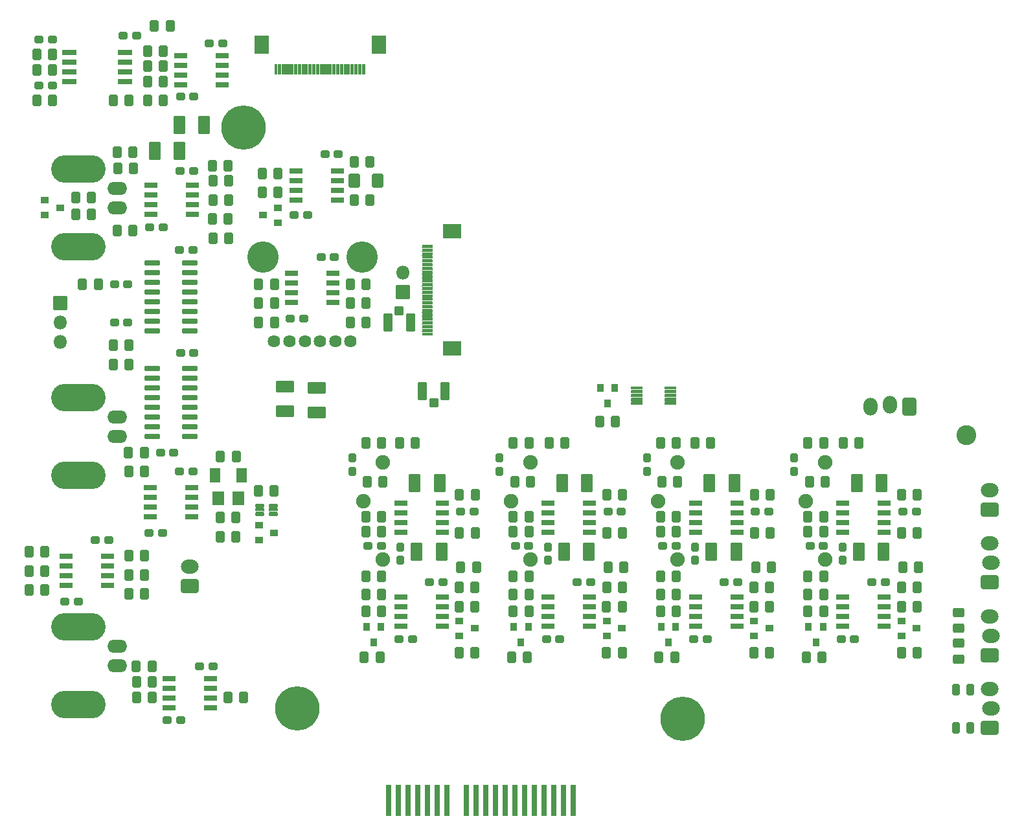
<source format=gbr>
G04 #@! TF.GenerationSoftware,KiCad,Pcbnew,(6.0.11-0)*
G04 #@! TF.CreationDate,2023-08-08T16:04:35+02:00*
G04 #@! TF.ProjectId,vm101-inout,766d3130-312d-4696-9e6f-75742e6b6963,rev?*
G04 #@! TF.SameCoordinates,Original*
G04 #@! TF.FileFunction,Soldermask,Top*
G04 #@! TF.FilePolarity,Negative*
%FSLAX46Y46*%
G04 Gerber Fmt 4.6, Leading zero omitted, Abs format (unit mm)*
G04 Created by KiCad (PCBNEW (6.0.11-0)) date 2023-08-08 16:04:35*
%MOMM*%
%LPD*%
G01*
G04 APERTURE LIST*
G04 Aperture macros list*
%AMRoundRect*
0 Rectangle with rounded corners*
0 $1 Rounding radius*
0 $2 $3 $4 $5 $6 $7 $8 $9 X,Y pos of 4 corners*
0 Add a 4 corners polygon primitive as box body*
4,1,4,$2,$3,$4,$5,$6,$7,$8,$9,$2,$3,0*
0 Add four circle primitives for the rounded corners*
1,1,$1+$1,$2,$3*
1,1,$1+$1,$4,$5*
1,1,$1+$1,$6,$7*
1,1,$1+$1,$8,$9*
0 Add four rect primitives between the rounded corners*
20,1,$1+$1,$2,$3,$4,$5,0*
20,1,$1+$1,$4,$5,$6,$7,0*
20,1,$1+$1,$6,$7,$8,$9,0*
20,1,$1+$1,$8,$9,$2,$3,0*%
G04 Aperture macros list end*
%ADD10RoundRect,0.301000X-0.325000X-0.450000X0.325000X-0.450000X0.325000X0.450000X-0.325000X0.450000X0*%
%ADD11RoundRect,0.301000X0.325000X0.450000X-0.325000X0.450000X-0.325000X-0.450000X0.325000X-0.450000X0*%
%ADD12RoundRect,0.051000X-0.775000X-0.300000X0.775000X-0.300000X0.775000X0.300000X-0.775000X0.300000X0*%
%ADD13RoundRect,0.288500X0.287500X0.237500X-0.287500X0.237500X-0.287500X-0.237500X0.287500X-0.237500X0*%
%ADD14RoundRect,0.301001X0.499999X0.924999X-0.499999X0.924999X-0.499999X-0.924999X0.499999X-0.924999X0*%
%ADD15RoundRect,0.288500X-0.287500X-0.237500X0.287500X-0.237500X0.287500X0.237500X-0.287500X0.237500X0*%
%ADD16RoundRect,0.288500X0.237500X-0.287500X0.237500X0.287500X-0.237500X0.287500X-0.237500X-0.287500X0*%
%ADD17RoundRect,0.288500X-0.237500X0.287500X-0.237500X-0.287500X0.237500X-0.287500X0.237500X0.287500X0*%
%ADD18RoundRect,0.051000X-0.400000X0.450000X-0.400000X-0.450000X0.400000X-0.450000X0.400000X0.450000X0*%
%ADD19RoundRect,0.051000X-0.450000X-0.400000X0.450000X-0.400000X0.450000X0.400000X-0.450000X0.400000X0*%
%ADD20RoundRect,0.301001X0.462499X0.624999X-0.462499X0.624999X-0.462499X-0.624999X0.462499X-0.624999X0*%
%ADD21RoundRect,0.051000X-0.280000X-2.000000X0.280000X-2.000000X0.280000X2.000000X-0.280000X2.000000X0*%
%ADD22RoundRect,0.301001X-0.924999X0.499999X-0.924999X-0.499999X0.924999X-0.499999X0.924999X0.499999X0*%
%ADD23RoundRect,0.051000X0.450000X0.400000X-0.450000X0.400000X-0.450000X-0.400000X0.450000X-0.400000X0*%
%ADD24RoundRect,0.051000X0.650000X0.850000X-0.650000X0.850000X-0.650000X-0.850000X0.650000X-0.850000X0*%
%ADD25RoundRect,0.294750X-0.243750X-0.456250X0.243750X-0.456250X0.243750X0.456250X-0.243750X0.456250X0*%
%ADD26RoundRect,0.301000X-0.450000X0.325000X-0.450000X-0.325000X0.450000X-0.325000X0.450000X0.325000X0*%
%ADD27RoundRect,0.301000X0.450000X-0.325000X0.450000X0.325000X-0.450000X0.325000X-0.450000X-0.325000X0*%
%ADD28C,5.802000*%
%ADD29RoundRect,0.051000X0.650000X-0.150000X0.650000X0.150000X-0.650000X0.150000X-0.650000X-0.150000X0*%
%ADD30RoundRect,0.051000X1.100000X-0.900000X1.100000X0.900000X-1.100000X0.900000X-1.100000X-0.900000X0*%
%ADD31C,2.602000*%
%ADD32RoundRect,0.051000X-0.850000X-0.850000X0.850000X-0.850000X0.850000X0.850000X-0.850000X0.850000X0*%
%ADD33O,1.802000X1.802000*%
%ADD34RoundRect,0.051000X-0.750000X-0.200000X0.750000X-0.200000X0.750000X0.200000X-0.750000X0.200000X0*%
%ADD35RoundRect,0.051000X-0.500000X-0.187500X0.500000X-0.187500X0.500000X0.187500X-0.500000X0.187500X0*%
%ADD36RoundRect,0.051000X-0.550000X-0.150000X0.550000X-0.150000X0.550000X0.150000X-0.550000X0.150000X0*%
%ADD37RoundRect,0.201000X-0.825000X-0.150000X0.825000X-0.150000X0.825000X0.150000X-0.825000X0.150000X0*%
%ADD38RoundRect,0.051000X0.700000X0.150000X-0.700000X0.150000X-0.700000X-0.150000X0.700000X-0.150000X0*%
%ADD39RoundRect,0.051000X-0.500000X-0.525000X0.500000X-0.525000X0.500000X0.525000X-0.500000X0.525000X0*%
%ADD40RoundRect,0.051000X-0.520700X-1.104900X0.520700X-1.104900X0.520700X1.104900X-0.520700X1.104900X0*%
%ADD41RoundRect,0.051000X0.500000X0.525000X-0.500000X0.525000X-0.500000X-0.525000X0.500000X-0.525000X0*%
%ADD42RoundRect,0.051000X0.520700X1.104900X-0.520700X1.104900X-0.520700X-1.104900X0.520700X-1.104900X0*%
%ADD43RoundRect,0.051000X0.150000X0.650000X-0.150000X0.650000X-0.150000X-0.650000X0.150000X-0.650000X0*%
%ADD44RoundRect,0.051000X0.900000X1.100000X-0.900000X1.100000X-0.900000X-1.100000X0.900000X-1.100000X0*%
%ADD45RoundRect,0.051000X-0.850000X-0.325000X0.850000X-0.325000X0.850000X0.325000X-0.850000X0.325000X0*%
%ADD46C,1.902000*%
%ADD47O,2.602000X1.702000*%
%ADD48O,7.102000X3.602000*%
%ADD49RoundRect,0.301000X0.850000X-0.620000X0.850000X0.620000X-0.850000X0.620000X-0.850000X-0.620000X0*%
%ADD50O,2.302000X1.842000*%
%ADD51RoundRect,0.301000X0.620000X0.850000X-0.620000X0.850000X-0.620000X-0.850000X0.620000X-0.850000X0*%
%ADD52O,1.842000X2.302000*%
%ADD53C,1.626000*%
%ADD54C,4.102000*%
G04 APERTURE END LIST*
D10*
X118950000Y-60800000D03*
X121000000Y-60800000D03*
X126491666Y-67500000D03*
X128541666Y-67500000D03*
D11*
X116291666Y-70400000D03*
X114241666Y-70400000D03*
D10*
X114241666Y-72400000D03*
X116291666Y-72400000D03*
X114241666Y-60750000D03*
X116291666Y-60750000D03*
D11*
X128541666Y-72500000D03*
X126491666Y-72500000D03*
D10*
X114241666Y-78200000D03*
X116291666Y-78200000D03*
X114441666Y-65800000D03*
X116491666Y-65800000D03*
X126441666Y-88200000D03*
X128491666Y-88200000D03*
X126666666Y-77000000D03*
X128716666Y-77000000D03*
X126441666Y-82200000D03*
X128491666Y-82200000D03*
X114241666Y-82800000D03*
X116291666Y-82800000D03*
D11*
X116091666Y-88800000D03*
X114041666Y-88800000D03*
D10*
X114241666Y-80600000D03*
X116291666Y-80600000D03*
D11*
X128516666Y-79600000D03*
X126466666Y-79600000D03*
D12*
X118816666Y-80895000D03*
X118816666Y-82165000D03*
X118816666Y-83435000D03*
X118816666Y-84705000D03*
X124216666Y-84705000D03*
X124216666Y-83435000D03*
X124216666Y-82165000D03*
X124216666Y-80895000D03*
D13*
X128391666Y-69750000D03*
X126641666Y-69750000D03*
D14*
X123891666Y-66000000D03*
X120641666Y-66000000D03*
D15*
X114516666Y-74200000D03*
X116266666Y-74200000D03*
D14*
X124141666Y-75000000D03*
X120891666Y-75000000D03*
D16*
X118766666Y-76125000D03*
X118766666Y-74375000D03*
D17*
X112466666Y-62725000D03*
X112466666Y-64475000D03*
D13*
X124341666Y-79000000D03*
X122591666Y-79000000D03*
D15*
X118591666Y-86400000D03*
X120341666Y-86400000D03*
D18*
X116216666Y-84800000D03*
X114316666Y-84800000D03*
X115266666Y-86800000D03*
D19*
X126466666Y-84050000D03*
X128466666Y-85000000D03*
X126466666Y-85950000D03*
D11*
X59100000Y-30900000D03*
X57050000Y-30900000D03*
D13*
X63875000Y-40000000D03*
X62125000Y-40000000D03*
D10*
X92975000Y-45000000D03*
X95025000Y-45000000D03*
D11*
X83025000Y-45000000D03*
X80975000Y-45000000D03*
D15*
X89125000Y-36500000D03*
X90875000Y-36500000D03*
X85125000Y-44500000D03*
X86875000Y-44500000D03*
D10*
X92975000Y-42500000D03*
X95025000Y-42500000D03*
X92975000Y-40000000D03*
X95025000Y-40000000D03*
X80975000Y-42500000D03*
X83025000Y-42500000D03*
X80975000Y-40000000D03*
X83025000Y-40000000D03*
D12*
X85300000Y-38595000D03*
X85300000Y-39865000D03*
X85300000Y-41135000D03*
X85300000Y-42405000D03*
X90700000Y-42405000D03*
X90700000Y-41135000D03*
X90700000Y-39865000D03*
X90700000Y-38595000D03*
D11*
X78000000Y-73000000D03*
X75950000Y-73000000D03*
D20*
X96487500Y-26500000D03*
X93512500Y-26500000D03*
D21*
X97945000Y-107500000D03*
X99215000Y-107500000D03*
X100485000Y-107500000D03*
X101755000Y-107500000D03*
X103025000Y-107500000D03*
X104295000Y-107500000D03*
X105565000Y-107500000D03*
X108105000Y-107500000D03*
X109375000Y-107500000D03*
X110645000Y-107500000D03*
X111915000Y-107500000D03*
X113185000Y-107500000D03*
X114455000Y-107500000D03*
X115725000Y-107500000D03*
X116995000Y-107500000D03*
X118265000Y-107500000D03*
X119535000Y-107500000D03*
X120805000Y-107500000D03*
X122075000Y-107500000D03*
D12*
X66900000Y-27095000D03*
X66900000Y-28365000D03*
X66900000Y-29635000D03*
X66900000Y-30905000D03*
X72300000Y-30905000D03*
X72300000Y-29635000D03*
X72300000Y-28365000D03*
X72300000Y-27095000D03*
D15*
X59625000Y-73500000D03*
X61375000Y-73500000D03*
D13*
X57375000Y-81500000D03*
X55625000Y-81500000D03*
D22*
X84400000Y-53400000D03*
X84400000Y-56650000D03*
X88600000Y-53550000D03*
X88600000Y-56800000D03*
D15*
X70725000Y-25200000D03*
X72475000Y-25200000D03*
X89625000Y-23000000D03*
X91375000Y-23000000D03*
X70625000Y-35500000D03*
X72375000Y-35500000D03*
X66725000Y-32600000D03*
X68475000Y-32600000D03*
D11*
X53025000Y-75000000D03*
X50975000Y-75000000D03*
D15*
X85625000Y-31000000D03*
X87375000Y-31000000D03*
D13*
X63875000Y-45000000D03*
X62125000Y-45000000D03*
D10*
X61950000Y-48000000D03*
X64000000Y-48000000D03*
X50975000Y-77500000D03*
X53025000Y-77500000D03*
D15*
X70625000Y-64500000D03*
X72375000Y-64500000D03*
D10*
X50975000Y-80000000D03*
X53025000Y-80000000D03*
D15*
X70750000Y-49000000D03*
X72500000Y-49000000D03*
X66625000Y-72500000D03*
X68375000Y-72500000D03*
D14*
X73850000Y-19200000D03*
X70600000Y-19200000D03*
X70650000Y-22600000D03*
X67400000Y-22600000D03*
D13*
X147658332Y-69750000D03*
X145908332Y-69750000D03*
D14*
X143158332Y-66000000D03*
X139908332Y-66000000D03*
D15*
X133783332Y-74200000D03*
X135533332Y-74200000D03*
D14*
X143408332Y-75000000D03*
X140158332Y-75000000D03*
D16*
X138033332Y-76125000D03*
X138033332Y-74375000D03*
D17*
X131733332Y-62725000D03*
X131733332Y-64475000D03*
D13*
X143608332Y-79000000D03*
X141858332Y-79000000D03*
D15*
X137858332Y-86400000D03*
X139608332Y-86400000D03*
D13*
X166925000Y-69750000D03*
X165175000Y-69750000D03*
D14*
X162425000Y-66000000D03*
X159175000Y-66000000D03*
D15*
X153050000Y-74200000D03*
X154800000Y-74200000D03*
D14*
X162675000Y-75000000D03*
X159425000Y-75000000D03*
D16*
X157300000Y-76125000D03*
X157300000Y-74375000D03*
D13*
X162875000Y-79000000D03*
X161125000Y-79000000D03*
D15*
X157125000Y-86400000D03*
X158875000Y-86400000D03*
D13*
X109125000Y-69750000D03*
X107375000Y-69750000D03*
D14*
X104625000Y-66000000D03*
X101375000Y-66000000D03*
D15*
X95250000Y-74200000D03*
X97000000Y-74200000D03*
D14*
X104875000Y-75000000D03*
X101625000Y-75000000D03*
D16*
X99500000Y-76125000D03*
X99500000Y-74375000D03*
D17*
X93200000Y-62725000D03*
X93200000Y-64475000D03*
D13*
X105075000Y-79000000D03*
X103325000Y-79000000D03*
D15*
X99325000Y-86400000D03*
X101075000Y-86400000D03*
D19*
X53000000Y-29050000D03*
X53000000Y-30950000D03*
X55000000Y-30000000D03*
D23*
X83500000Y-31950000D03*
X83500000Y-30050000D03*
X81500000Y-31000000D03*
D24*
X78750000Y-65000000D03*
X75250000Y-65000000D03*
D19*
X81000000Y-73450000D03*
X83000000Y-72500000D03*
X81000000Y-71550000D03*
D18*
X135483332Y-84800000D03*
X133583332Y-84800000D03*
X134533332Y-86800000D03*
X154750000Y-84800000D03*
X152850000Y-84800000D03*
X153800000Y-86800000D03*
X96950000Y-84800000D03*
X95050000Y-84800000D03*
X96000000Y-86800000D03*
D25*
X172125000Y-98000000D03*
X174000000Y-98000000D03*
X172125000Y-93000000D03*
X174000000Y-93000000D03*
D26*
X172500000Y-86950000D03*
X172500000Y-89000000D03*
D27*
X172500000Y-85000000D03*
X172500000Y-82950000D03*
D28*
X136400000Y-96800000D03*
X79000000Y-19500000D03*
X86000000Y-95500000D03*
D29*
X103000000Y-46500000D03*
X103000000Y-46000000D03*
X103000000Y-45500000D03*
X103000000Y-45000000D03*
X103000000Y-44500000D03*
X103000000Y-44000000D03*
X103000000Y-43500000D03*
X103000000Y-43000000D03*
X103000000Y-42500000D03*
X103000000Y-42000000D03*
X103000000Y-41500000D03*
X103000000Y-41000000D03*
X103000000Y-40500000D03*
X103000000Y-40000000D03*
X103000000Y-39500000D03*
X103000000Y-39000000D03*
X103000000Y-38500000D03*
X103000000Y-38000000D03*
X103000000Y-37500000D03*
X103000000Y-37000000D03*
X103000000Y-36500000D03*
X103000000Y-36000000D03*
X103000000Y-35500000D03*
X103000000Y-35000000D03*
D30*
X106250000Y-33100000D03*
X106250000Y-48400000D03*
D12*
X118816666Y-68595000D03*
X118816666Y-69865000D03*
X118816666Y-71135000D03*
X118816666Y-72405000D03*
X124216666Y-72405000D03*
X124216666Y-71135000D03*
X124216666Y-69865000D03*
X124216666Y-68595000D03*
D31*
X173492000Y-59746000D03*
D32*
X55000000Y-42500000D03*
D33*
X55000000Y-45040000D03*
X55000000Y-47580000D03*
D34*
X75670000Y-67350000D03*
X75670000Y-68000000D03*
X75670000Y-68650000D03*
X78330000Y-68650000D03*
X78330000Y-68000000D03*
X78330000Y-67350000D03*
D35*
X81150000Y-68962500D03*
D36*
X81075000Y-69500000D03*
D35*
X81150000Y-70037500D03*
X82850000Y-70037500D03*
D36*
X82925000Y-69500000D03*
D35*
X82850000Y-68962500D03*
D19*
X145733332Y-84050000D03*
X147733332Y-85000000D03*
X145733332Y-85950000D03*
X165000000Y-84050000D03*
X167000000Y-85000000D03*
X165000000Y-85950000D03*
X107200000Y-84050000D03*
X109200000Y-85000000D03*
X107200000Y-85950000D03*
D10*
X63975000Y-75500000D03*
X66025000Y-75500000D03*
D11*
X66025000Y-78000000D03*
X63975000Y-78000000D03*
X66025000Y-80500000D03*
X63975000Y-80500000D03*
X67025000Y-90000000D03*
X64975000Y-90000000D03*
D10*
X65000000Y-94000000D03*
X67050000Y-94000000D03*
X76950000Y-94000000D03*
X79000000Y-94000000D03*
X62450000Y-33000000D03*
X64500000Y-33000000D03*
X57075000Y-28700000D03*
X59125000Y-28700000D03*
D11*
X77000000Y-31500000D03*
X74950000Y-31500000D03*
D10*
X74950000Y-24500000D03*
X77000000Y-24500000D03*
D11*
X77025000Y-34000000D03*
X74975000Y-34000000D03*
X77025000Y-26500000D03*
X74975000Y-26500000D03*
D10*
X74975000Y-29000000D03*
X77025000Y-29000000D03*
D11*
X95525000Y-29000000D03*
X93475000Y-29000000D03*
D10*
X93450000Y-24000000D03*
X95500000Y-24000000D03*
X81450000Y-28000000D03*
X83500000Y-28000000D03*
D11*
X83525000Y-25500000D03*
X81475000Y-25500000D03*
D10*
X75975000Y-62500000D03*
X78025000Y-62500000D03*
D11*
X66050000Y-64500000D03*
X64000000Y-64500000D03*
D10*
X63950000Y-62000000D03*
X66000000Y-62000000D03*
X61950000Y-50500000D03*
X64000000Y-50500000D03*
D11*
X83000000Y-67000000D03*
X80950000Y-67000000D03*
D10*
X125575000Y-58000000D03*
X127625000Y-58000000D03*
X138000000Y-60800000D03*
X140050000Y-60800000D03*
X145758332Y-67500000D03*
X147808332Y-67500000D03*
D11*
X135558332Y-70400000D03*
X133508332Y-70400000D03*
D10*
X133508332Y-72400000D03*
X135558332Y-72400000D03*
X133508332Y-60750000D03*
X135558332Y-60750000D03*
D11*
X147808332Y-72500000D03*
X145758332Y-72500000D03*
D10*
X133508332Y-78200000D03*
X135558332Y-78200000D03*
X133708332Y-65800000D03*
X135758332Y-65800000D03*
X145708332Y-88200000D03*
X147758332Y-88200000D03*
X145933332Y-77000000D03*
X147983332Y-77000000D03*
X145708332Y-82200000D03*
X147758332Y-82200000D03*
X133508332Y-82800000D03*
X135558332Y-82800000D03*
D11*
X135358332Y-88800000D03*
X133308332Y-88800000D03*
D10*
X133508332Y-80600000D03*
X135558332Y-80600000D03*
D11*
X147783332Y-79600000D03*
X145733332Y-79600000D03*
D10*
X157400000Y-60800000D03*
X159450000Y-60800000D03*
X165025000Y-67500000D03*
X167075000Y-67500000D03*
D11*
X154825000Y-70400000D03*
X152775000Y-70400000D03*
D10*
X152775000Y-72400000D03*
X154825000Y-72400000D03*
X152775000Y-60750000D03*
X154825000Y-60750000D03*
D11*
X167075000Y-72500000D03*
X165025000Y-72500000D03*
D10*
X152775000Y-78200000D03*
X154825000Y-78200000D03*
X152975000Y-65800000D03*
X155025000Y-65800000D03*
X164975000Y-88200000D03*
X167025000Y-88200000D03*
X165200000Y-77000000D03*
X167250000Y-77000000D03*
X164975000Y-82200000D03*
X167025000Y-82200000D03*
X152775000Y-82800000D03*
X154825000Y-82800000D03*
D11*
X154625000Y-88800000D03*
X152575000Y-88800000D03*
D10*
X152775000Y-80600000D03*
X154825000Y-80600000D03*
D11*
X167050000Y-79600000D03*
X165000000Y-79600000D03*
D10*
X99400000Y-60800000D03*
X101450000Y-60800000D03*
X107225000Y-67500000D03*
X109275000Y-67500000D03*
D11*
X97025000Y-70400000D03*
X94975000Y-70400000D03*
D10*
X94975000Y-72400000D03*
X97025000Y-72400000D03*
X94975000Y-60750000D03*
X97025000Y-60750000D03*
D11*
X109275000Y-72500000D03*
X107225000Y-72500000D03*
D10*
X94975000Y-78200000D03*
X97025000Y-78200000D03*
X95175000Y-65800000D03*
X97225000Y-65800000D03*
X107175000Y-88200000D03*
X109225000Y-88200000D03*
X107400000Y-77000000D03*
X109450000Y-77000000D03*
X107175000Y-82200000D03*
X109225000Y-82200000D03*
X94975000Y-82800000D03*
X97025000Y-82800000D03*
X94975000Y-80600000D03*
X97025000Y-80600000D03*
D11*
X109250000Y-79600000D03*
X107200000Y-79600000D03*
D12*
X55800000Y-75595000D03*
X55800000Y-76865000D03*
X55800000Y-78135000D03*
X55800000Y-79405000D03*
X61200000Y-79405000D03*
X61200000Y-78135000D03*
X61200000Y-76865000D03*
X61200000Y-75595000D03*
X69300000Y-91595000D03*
X69300000Y-92865000D03*
X69300000Y-94135000D03*
X69300000Y-95405000D03*
X74700000Y-95405000D03*
X74700000Y-94135000D03*
X74700000Y-92865000D03*
X74700000Y-91595000D03*
D37*
X67050000Y-37190000D03*
X67050000Y-38460000D03*
X67050000Y-39730000D03*
X67050000Y-41000000D03*
X67050000Y-42270000D03*
X67050000Y-43540000D03*
X67050000Y-44810000D03*
X67050000Y-46080000D03*
X72000000Y-46080000D03*
X72000000Y-44810000D03*
X72000000Y-43540000D03*
X72000000Y-42270000D03*
X72000000Y-41000000D03*
X72000000Y-39730000D03*
X72000000Y-38460000D03*
X72000000Y-37190000D03*
D12*
X85860000Y-25195000D03*
X85860000Y-26465000D03*
X85860000Y-27735000D03*
X85860000Y-29005000D03*
X91260000Y-29005000D03*
X91260000Y-27735000D03*
X91260000Y-26465000D03*
X91260000Y-25195000D03*
D37*
X67025000Y-51055000D03*
X67025000Y-52325000D03*
X67025000Y-53595000D03*
X67025000Y-54865000D03*
X67025000Y-56135000D03*
X67025000Y-57405000D03*
X67025000Y-58675000D03*
X67025000Y-59945000D03*
X71975000Y-59945000D03*
X71975000Y-58675000D03*
X71975000Y-57405000D03*
X71975000Y-56135000D03*
X71975000Y-54865000D03*
X71975000Y-53595000D03*
X71975000Y-52325000D03*
X71975000Y-51055000D03*
D12*
X66800000Y-66595000D03*
X66800000Y-67865000D03*
X66800000Y-69135000D03*
X66800000Y-70405000D03*
X72200000Y-70405000D03*
X72200000Y-69135000D03*
X72200000Y-67865000D03*
X72200000Y-66595000D03*
D18*
X127550000Y-53600000D03*
X125650000Y-53600000D03*
X126600000Y-55600000D03*
D38*
X134800000Y-55600000D03*
X134800000Y-55100000D03*
X134800000Y-54600000D03*
X134800000Y-54100000D03*
X134800000Y-53600000D03*
X130400000Y-53600000D03*
X130400000Y-54100000D03*
X130400000Y-54600000D03*
X130400000Y-55100000D03*
X130400000Y-55600000D03*
D12*
X138083332Y-68595000D03*
X138083332Y-69865000D03*
X138083332Y-71135000D03*
X138083332Y-72405000D03*
X143483332Y-72405000D03*
X143483332Y-71135000D03*
X143483332Y-69865000D03*
X143483332Y-68595000D03*
X138083332Y-80895000D03*
X138083332Y-82165000D03*
X138083332Y-83435000D03*
X138083332Y-84705000D03*
X143483332Y-84705000D03*
X143483332Y-83435000D03*
X143483332Y-82165000D03*
X143483332Y-80895000D03*
X157350000Y-68595000D03*
X157350000Y-69865000D03*
X157350000Y-71135000D03*
X157350000Y-72405000D03*
X162750000Y-72405000D03*
X162750000Y-71135000D03*
X162750000Y-69865000D03*
X162750000Y-68595000D03*
X157350000Y-80895000D03*
X157350000Y-82165000D03*
X157350000Y-83435000D03*
X157350000Y-84705000D03*
X162750000Y-84705000D03*
X162750000Y-83435000D03*
X162750000Y-82165000D03*
X162750000Y-80895000D03*
X99550000Y-68595000D03*
X99550000Y-69865000D03*
X99550000Y-71135000D03*
X99550000Y-72405000D03*
X104950000Y-72405000D03*
X104950000Y-71135000D03*
X104950000Y-69865000D03*
X104950000Y-68595000D03*
X99550000Y-80895000D03*
X99550000Y-82165000D03*
X99550000Y-83435000D03*
X99550000Y-84705000D03*
X104950000Y-84705000D03*
X104950000Y-83435000D03*
X104950000Y-82165000D03*
X104950000Y-80895000D03*
D11*
X96825000Y-88800000D03*
X94775000Y-88800000D03*
D39*
X99352499Y-43474999D03*
D40*
X97854998Y-45000000D03*
X100850000Y-45000000D03*
D41*
X103852499Y-55525001D03*
D42*
X105350000Y-54000000D03*
X102354998Y-54000000D03*
D15*
X73250000Y-90000000D03*
X75000000Y-90000000D03*
D13*
X70750000Y-97000000D03*
X69000000Y-97000000D03*
D11*
X67050000Y-92000000D03*
X65000000Y-92000000D03*
D43*
X94750000Y-11900000D03*
X94250000Y-11900000D03*
X93750000Y-11900000D03*
X93250000Y-11900000D03*
X92750000Y-11900000D03*
X92250000Y-11900000D03*
X91750000Y-11900000D03*
X91250000Y-11900000D03*
X90750000Y-11900000D03*
X90250000Y-11900000D03*
X89750000Y-11900000D03*
X89250000Y-11900000D03*
X88750000Y-11900000D03*
X88250000Y-11900000D03*
X87750000Y-11900000D03*
X87250000Y-11900000D03*
X86750000Y-11900000D03*
X86250000Y-11900000D03*
X85750000Y-11900000D03*
X85250000Y-11900000D03*
X84750000Y-11900000D03*
X84250000Y-11900000D03*
X83750000Y-11900000D03*
X83250000Y-11900000D03*
D44*
X96650000Y-8650000D03*
X81350000Y-8650000D03*
D12*
X70800000Y-10095000D03*
X70800000Y-11365000D03*
X70800000Y-12635000D03*
X70800000Y-13905000D03*
X76200000Y-13905000D03*
X76200000Y-12635000D03*
X76200000Y-11365000D03*
X76200000Y-10095000D03*
D45*
X56200000Y-9690000D03*
X56200000Y-10960000D03*
X56200000Y-12230000D03*
X56200000Y-13500000D03*
X63500000Y-13500000D03*
X63500000Y-12230000D03*
X63500000Y-10960000D03*
X63500000Y-9690000D03*
D15*
X52250000Y-8000000D03*
X54000000Y-8000000D03*
X52250000Y-14000000D03*
X54000000Y-14000000D03*
D13*
X76250000Y-8500000D03*
X74500000Y-8500000D03*
D15*
X63250000Y-7500000D03*
X65000000Y-7500000D03*
D10*
X51975000Y-12000000D03*
X54025000Y-12000000D03*
X66450000Y-16000000D03*
X68500000Y-16000000D03*
D11*
X64050000Y-16000000D03*
X62000000Y-16000000D03*
D10*
X66475000Y-9500000D03*
X68525000Y-9500000D03*
X66475000Y-13500000D03*
X68525000Y-13500000D03*
X66475000Y-11500000D03*
X68525000Y-11500000D03*
X52000000Y-10000000D03*
X54050000Y-10000000D03*
X51950000Y-16000000D03*
X54000000Y-16000000D03*
X67350000Y-6200000D03*
X69400000Y-6200000D03*
D11*
X60000000Y-40000000D03*
X57950000Y-40000000D03*
D17*
X151000000Y-62725000D03*
X151000000Y-64475000D03*
D15*
X68125000Y-62000000D03*
X69875000Y-62000000D03*
D10*
X75950000Y-70500000D03*
X78000000Y-70500000D03*
D15*
X70750000Y-15500000D03*
X72500000Y-15500000D03*
D11*
X64559600Y-22788000D03*
X62509600Y-22788000D03*
X64610400Y-24870800D03*
X62560400Y-24870800D03*
D46*
X116466666Y-76000000D03*
X113926666Y-68380000D03*
X116466666Y-63300000D03*
D47*
X62500000Y-30000000D03*
D48*
X57420000Y-35080000D03*
D47*
X62500000Y-27460000D03*
D48*
X57420000Y-24920000D03*
D49*
X72000000Y-79500000D03*
D50*
X72000000Y-76960000D03*
D47*
X62500000Y-59920000D03*
X62500000Y-57380000D03*
D48*
X57420000Y-54840000D03*
X57420000Y-65000000D03*
D49*
X176500000Y-69500000D03*
D50*
X176500000Y-66960000D03*
D49*
X176500000Y-88500000D03*
D50*
X176700000Y-85960000D03*
X176500000Y-83420000D03*
D49*
X176500000Y-98000000D03*
D50*
X176700000Y-95460000D03*
X176500000Y-92920000D03*
D51*
X166000000Y-56000000D03*
D52*
X163460000Y-55800000D03*
X160920000Y-56000000D03*
D53*
X91000000Y-47500000D03*
X93000000Y-47500000D03*
X83000000Y-47500000D03*
X89000000Y-47500000D03*
X87000000Y-47500000D03*
X85000000Y-47500000D03*
D54*
X81500000Y-36500000D03*
X94500000Y-36500000D03*
D46*
X135733332Y-76000000D03*
X133193332Y-68380000D03*
X135733332Y-63300000D03*
X155000000Y-76000000D03*
X152460000Y-68380000D03*
X155000000Y-63300000D03*
X97200000Y-76000000D03*
X94660000Y-68380000D03*
X97200000Y-63300000D03*
D47*
X62500000Y-89920000D03*
X62500000Y-87380000D03*
D48*
X57420000Y-95000000D03*
X57420000Y-84840000D03*
D49*
X176500000Y-79000000D03*
D50*
X176700000Y-76460000D03*
X176500000Y-73920000D03*
D32*
X99800000Y-41000000D03*
D33*
X99800000Y-38460000D03*
G36*
X81670425Y-69673850D02*
G01*
X81670593Y-69675125D01*
X81667654Y-69689901D01*
X81667601Y-69690109D01*
X81655398Y-69729082D01*
X81676188Y-69799883D01*
X81682507Y-69809340D01*
X81682638Y-69811336D01*
X81680975Y-69812447D01*
X81679733Y-69812114D01*
X81668738Y-69804767D01*
X81649801Y-69801000D01*
X80650199Y-69801000D01*
X80631262Y-69804767D01*
X80615380Y-69815380D01*
X80604767Y-69831262D01*
X80604334Y-69833437D01*
X80603015Y-69834941D01*
X80601053Y-69834551D01*
X80600380Y-69833225D01*
X80594913Y-69772149D01*
X80552378Y-69717395D01*
X80514484Y-69700901D01*
X80513295Y-69699293D01*
X80514093Y-69697459D01*
X80515672Y-69697105D01*
X80525199Y-69699000D01*
X81624801Y-69699000D01*
X81643738Y-69695233D01*
X81659620Y-69684620D01*
X81666968Y-69673624D01*
X81668762Y-69672739D01*
X81670425Y-69673850D01*
G37*
G36*
X82333033Y-69673626D02*
G01*
X82340380Y-69684620D01*
X82356262Y-69695233D01*
X82375199Y-69699000D01*
X83474801Y-69699000D01*
X83487135Y-69696547D01*
X83489029Y-69697190D01*
X83489419Y-69699152D01*
X83488452Y-69700281D01*
X83434119Y-69728701D01*
X83399808Y-69788951D01*
X83399066Y-69830441D01*
X83398035Y-69832155D01*
X83396035Y-69832119D01*
X83395403Y-69831516D01*
X83384620Y-69815380D01*
X83368738Y-69804767D01*
X83349801Y-69801000D01*
X82350199Y-69801000D01*
X82331262Y-69804767D01*
X82320267Y-69812114D01*
X82318271Y-69812245D01*
X82317160Y-69810582D01*
X82317493Y-69809340D01*
X82323821Y-69799869D01*
X82344602Y-69733505D01*
X82332876Y-69693571D01*
X82332986Y-69693117D01*
X82329408Y-69675127D01*
X82330051Y-69673233D01*
X82332013Y-69672843D01*
X82333033Y-69673626D01*
G37*
G36*
X83398947Y-69165449D02*
G01*
X83399620Y-69166775D01*
X83405087Y-69227851D01*
X83447622Y-69282605D01*
X83485516Y-69299099D01*
X83486705Y-69300707D01*
X83485907Y-69302541D01*
X83484328Y-69302895D01*
X83474801Y-69301000D01*
X82375199Y-69301000D01*
X82356262Y-69304767D01*
X82340380Y-69315380D01*
X82333032Y-69326376D01*
X82331238Y-69327261D01*
X82329575Y-69326150D01*
X82329407Y-69324875D01*
X82332346Y-69310099D01*
X82332399Y-69309891D01*
X82344602Y-69270918D01*
X82323812Y-69200117D01*
X82317493Y-69190660D01*
X82317362Y-69188664D01*
X82319025Y-69187553D01*
X82320267Y-69187886D01*
X82331262Y-69195233D01*
X82350199Y-69199000D01*
X83349801Y-69199000D01*
X83368738Y-69195233D01*
X83384620Y-69184620D01*
X83395233Y-69168738D01*
X83395666Y-69166563D01*
X83396985Y-69165059D01*
X83398947Y-69165449D01*
G37*
G36*
X80603965Y-69167881D02*
G01*
X80604597Y-69168484D01*
X80615380Y-69184620D01*
X80631262Y-69195233D01*
X80650199Y-69199000D01*
X81649801Y-69199000D01*
X81668738Y-69195233D01*
X81679733Y-69187886D01*
X81681729Y-69187755D01*
X81682840Y-69189418D01*
X81682507Y-69190660D01*
X81676179Y-69200131D01*
X81655398Y-69266495D01*
X81667124Y-69306429D01*
X81667014Y-69306883D01*
X81670592Y-69324873D01*
X81669949Y-69326767D01*
X81667987Y-69327157D01*
X81666967Y-69326374D01*
X81659620Y-69315380D01*
X81643738Y-69304767D01*
X81624801Y-69301000D01*
X80525199Y-69301000D01*
X80512865Y-69303453D01*
X80510971Y-69302810D01*
X80510581Y-69300848D01*
X80511548Y-69299719D01*
X80565881Y-69271299D01*
X80600192Y-69211049D01*
X80600934Y-69169559D01*
X80601965Y-69167845D01*
X80603965Y-69167881D01*
G37*
G36*
X74890267Y-68237886D02*
G01*
X74901262Y-68245233D01*
X74920199Y-68249000D01*
X76419801Y-68249000D01*
X76438738Y-68245233D01*
X76449733Y-68237886D01*
X76451729Y-68237755D01*
X76452840Y-68239418D01*
X76452507Y-68240660D01*
X76443291Y-68254452D01*
X76445031Y-68255615D01*
X76445916Y-68257409D01*
X76445455Y-68258560D01*
X76430922Y-68275952D01*
X76422296Y-68344670D01*
X76445082Y-68392288D01*
X76444928Y-68394282D01*
X76444389Y-68394814D01*
X76443291Y-68395548D01*
X76452507Y-68409340D01*
X76452638Y-68411336D01*
X76450975Y-68412447D01*
X76449733Y-68412114D01*
X76438738Y-68404767D01*
X76419801Y-68401000D01*
X74920199Y-68401000D01*
X74901262Y-68404767D01*
X74890267Y-68412114D01*
X74888271Y-68412245D01*
X74887160Y-68410582D01*
X74887493Y-68409340D01*
X74896709Y-68395548D01*
X74894969Y-68394385D01*
X74894084Y-68392591D01*
X74894545Y-68391440D01*
X74909078Y-68374048D01*
X74917704Y-68305330D01*
X74894918Y-68257712D01*
X74895072Y-68255718D01*
X74895611Y-68255186D01*
X74896709Y-68254452D01*
X74887493Y-68240660D01*
X74887362Y-68238664D01*
X74889025Y-68237553D01*
X74890267Y-68237886D01*
G37*
G36*
X77550267Y-68237886D02*
G01*
X77561262Y-68245233D01*
X77580199Y-68249000D01*
X79079801Y-68249000D01*
X79098738Y-68245233D01*
X79109733Y-68237886D01*
X79111729Y-68237755D01*
X79112840Y-68239418D01*
X79112507Y-68240660D01*
X79103291Y-68254452D01*
X79105031Y-68255615D01*
X79105916Y-68257409D01*
X79105455Y-68258560D01*
X79090922Y-68275952D01*
X79082296Y-68344670D01*
X79105082Y-68392288D01*
X79104928Y-68394282D01*
X79104389Y-68394814D01*
X79103291Y-68395548D01*
X79112507Y-68409340D01*
X79112638Y-68411336D01*
X79110975Y-68412447D01*
X79109733Y-68412114D01*
X79098738Y-68404767D01*
X79079801Y-68401000D01*
X77580199Y-68401000D01*
X77561262Y-68404767D01*
X77550267Y-68412114D01*
X77548271Y-68412245D01*
X77547160Y-68410582D01*
X77547493Y-68409340D01*
X77556709Y-68395548D01*
X77554969Y-68394385D01*
X77554084Y-68392591D01*
X77554545Y-68391440D01*
X77569078Y-68374048D01*
X77577704Y-68305330D01*
X77554918Y-68257712D01*
X77555072Y-68255718D01*
X77555611Y-68255186D01*
X77556709Y-68254452D01*
X77547493Y-68240660D01*
X77547362Y-68238664D01*
X77549025Y-68237553D01*
X77550267Y-68237886D01*
G37*
G36*
X74890267Y-67587886D02*
G01*
X74901262Y-67595233D01*
X74920199Y-67599000D01*
X76419801Y-67599000D01*
X76438738Y-67595233D01*
X76449733Y-67587886D01*
X76451729Y-67587755D01*
X76452840Y-67589418D01*
X76452507Y-67590660D01*
X76443291Y-67604452D01*
X76445031Y-67605615D01*
X76445916Y-67607409D01*
X76445455Y-67608560D01*
X76430922Y-67625952D01*
X76422296Y-67694670D01*
X76445082Y-67742288D01*
X76444928Y-67744282D01*
X76444389Y-67744814D01*
X76443291Y-67745548D01*
X76452507Y-67759340D01*
X76452638Y-67761336D01*
X76450975Y-67762447D01*
X76449733Y-67762114D01*
X76438738Y-67754767D01*
X76419801Y-67751000D01*
X74920199Y-67751000D01*
X74901262Y-67754767D01*
X74890267Y-67762114D01*
X74888271Y-67762245D01*
X74887160Y-67760582D01*
X74887493Y-67759340D01*
X74896709Y-67745548D01*
X74894969Y-67744385D01*
X74894084Y-67742591D01*
X74894545Y-67741440D01*
X74909078Y-67724048D01*
X74917704Y-67655330D01*
X74894918Y-67607712D01*
X74895072Y-67605718D01*
X74895611Y-67605186D01*
X74896709Y-67604452D01*
X74887493Y-67590660D01*
X74887362Y-67588664D01*
X74889025Y-67587553D01*
X74890267Y-67587886D01*
G37*
G36*
X77550267Y-67587886D02*
G01*
X77561262Y-67595233D01*
X77580199Y-67599000D01*
X79079801Y-67599000D01*
X79098738Y-67595233D01*
X79109733Y-67587886D01*
X79111729Y-67587755D01*
X79112840Y-67589418D01*
X79112507Y-67590660D01*
X79103291Y-67604452D01*
X79105031Y-67605615D01*
X79105916Y-67607409D01*
X79105455Y-67608560D01*
X79090922Y-67625952D01*
X79082296Y-67694670D01*
X79105082Y-67742288D01*
X79104928Y-67744282D01*
X79104389Y-67744814D01*
X79103291Y-67745548D01*
X79112507Y-67759340D01*
X79112638Y-67761336D01*
X79110975Y-67762447D01*
X79109733Y-67762114D01*
X79098738Y-67754767D01*
X79079801Y-67751000D01*
X77580199Y-67751000D01*
X77561262Y-67754767D01*
X77550267Y-67762114D01*
X77548271Y-67762245D01*
X77547160Y-67760582D01*
X77547493Y-67759340D01*
X77556709Y-67745548D01*
X77554969Y-67744385D01*
X77554084Y-67742591D01*
X77554545Y-67741440D01*
X77569078Y-67724048D01*
X77577704Y-67655330D01*
X77554918Y-67607712D01*
X77555072Y-67605718D01*
X77555611Y-67605186D01*
X77556709Y-67604452D01*
X77547493Y-67590660D01*
X77547362Y-67588664D01*
X77549025Y-67587553D01*
X77550267Y-67587886D01*
G37*
G36*
X129666075Y-55285084D02*
G01*
X129681263Y-55295233D01*
X129700199Y-55299000D01*
X131099801Y-55299000D01*
X131118738Y-55295233D01*
X131133773Y-55285186D01*
X131135768Y-55285055D01*
X131136880Y-55286718D01*
X131136793Y-55287447D01*
X131117898Y-55347788D01*
X131136955Y-55412690D01*
X131136483Y-55414633D01*
X131134564Y-55415197D01*
X131133925Y-55414916D01*
X131118737Y-55404767D01*
X131099801Y-55401000D01*
X129700199Y-55401000D01*
X129681262Y-55404767D01*
X129666227Y-55414814D01*
X129664232Y-55414945D01*
X129663120Y-55413282D01*
X129663207Y-55412553D01*
X129682102Y-55352212D01*
X129663045Y-55287310D01*
X129663517Y-55285367D01*
X129665436Y-55284803D01*
X129666075Y-55285084D01*
G37*
G36*
X134066075Y-55285084D02*
G01*
X134081263Y-55295233D01*
X134100199Y-55299000D01*
X135499801Y-55299000D01*
X135518738Y-55295233D01*
X135533773Y-55285186D01*
X135535768Y-55285055D01*
X135536880Y-55286718D01*
X135536793Y-55287447D01*
X135517898Y-55347788D01*
X135536955Y-55412690D01*
X135536483Y-55414633D01*
X135534564Y-55415197D01*
X135533925Y-55414916D01*
X135518737Y-55404767D01*
X135499801Y-55401000D01*
X134100199Y-55401000D01*
X134081262Y-55404767D01*
X134066227Y-55414814D01*
X134064232Y-55414945D01*
X134063120Y-55413282D01*
X134063207Y-55412553D01*
X134082102Y-55352212D01*
X134063045Y-55287310D01*
X134063517Y-55285367D01*
X134065436Y-55284803D01*
X134066075Y-55285084D01*
G37*
G36*
X129666075Y-54785084D02*
G01*
X129681263Y-54795233D01*
X129700199Y-54799000D01*
X131099801Y-54799000D01*
X131118738Y-54795233D01*
X131133773Y-54785186D01*
X131135768Y-54785055D01*
X131136880Y-54786718D01*
X131136793Y-54787447D01*
X131117898Y-54847788D01*
X131136955Y-54912690D01*
X131136483Y-54914633D01*
X131134564Y-54915197D01*
X131133925Y-54914916D01*
X131118737Y-54904767D01*
X131099801Y-54901000D01*
X129700199Y-54901000D01*
X129681262Y-54904767D01*
X129666227Y-54914814D01*
X129664232Y-54914945D01*
X129663120Y-54913282D01*
X129663207Y-54912553D01*
X129682102Y-54852212D01*
X129663045Y-54787310D01*
X129663517Y-54785367D01*
X129665436Y-54784803D01*
X129666075Y-54785084D01*
G37*
G36*
X134066075Y-54785084D02*
G01*
X134081263Y-54795233D01*
X134100199Y-54799000D01*
X135499801Y-54799000D01*
X135518738Y-54795233D01*
X135533773Y-54785186D01*
X135535768Y-54785055D01*
X135536880Y-54786718D01*
X135536793Y-54787447D01*
X135517898Y-54847788D01*
X135536955Y-54912690D01*
X135536483Y-54914633D01*
X135534564Y-54915197D01*
X135533925Y-54914916D01*
X135518737Y-54904767D01*
X135499801Y-54901000D01*
X134100199Y-54901000D01*
X134081262Y-54904767D01*
X134066227Y-54914814D01*
X134064232Y-54914945D01*
X134063120Y-54913282D01*
X134063207Y-54912553D01*
X134082102Y-54852212D01*
X134063045Y-54787310D01*
X134063517Y-54785367D01*
X134065436Y-54784803D01*
X134066075Y-54785084D01*
G37*
G36*
X129666075Y-54285084D02*
G01*
X129681263Y-54295233D01*
X129700199Y-54299000D01*
X131099801Y-54299000D01*
X131118738Y-54295233D01*
X131133773Y-54285186D01*
X131135768Y-54285055D01*
X131136880Y-54286718D01*
X131136793Y-54287447D01*
X131117898Y-54347788D01*
X131136955Y-54412690D01*
X131136483Y-54414633D01*
X131134564Y-54415197D01*
X131133925Y-54414916D01*
X131118737Y-54404767D01*
X131099801Y-54401000D01*
X129700199Y-54401000D01*
X129681262Y-54404767D01*
X129666227Y-54414814D01*
X129664232Y-54414945D01*
X129663120Y-54413282D01*
X129663207Y-54412553D01*
X129682102Y-54352212D01*
X129663045Y-54287310D01*
X129663517Y-54285367D01*
X129665436Y-54284803D01*
X129666075Y-54285084D01*
G37*
G36*
X134066075Y-54285084D02*
G01*
X134081263Y-54295233D01*
X134100199Y-54299000D01*
X135499801Y-54299000D01*
X135518738Y-54295233D01*
X135533773Y-54285186D01*
X135535768Y-54285055D01*
X135536880Y-54286718D01*
X135536793Y-54287447D01*
X135517898Y-54347788D01*
X135536955Y-54412690D01*
X135536483Y-54414633D01*
X135534564Y-54415197D01*
X135533925Y-54414916D01*
X135518737Y-54404767D01*
X135499801Y-54401000D01*
X134100199Y-54401000D01*
X134081262Y-54404767D01*
X134066227Y-54414814D01*
X134064232Y-54414945D01*
X134063120Y-54413282D01*
X134063207Y-54412553D01*
X134082102Y-54352212D01*
X134063045Y-54287310D01*
X134063517Y-54285367D01*
X134065436Y-54284803D01*
X134066075Y-54285084D01*
G37*
G36*
X129666075Y-53785084D02*
G01*
X129681263Y-53795233D01*
X129700199Y-53799000D01*
X131099801Y-53799000D01*
X131118738Y-53795233D01*
X131133773Y-53785186D01*
X131135768Y-53785055D01*
X131136880Y-53786718D01*
X131136793Y-53787447D01*
X131117898Y-53847788D01*
X131136955Y-53912690D01*
X131136483Y-53914633D01*
X131134564Y-53915197D01*
X131133925Y-53914916D01*
X131118737Y-53904767D01*
X131099801Y-53901000D01*
X129700199Y-53901000D01*
X129681262Y-53904767D01*
X129666227Y-53914814D01*
X129664232Y-53914945D01*
X129663120Y-53913282D01*
X129663207Y-53912553D01*
X129682102Y-53852212D01*
X129663045Y-53787310D01*
X129663517Y-53785367D01*
X129665436Y-53784803D01*
X129666075Y-53785084D01*
G37*
G36*
X134066075Y-53785084D02*
G01*
X134081263Y-53795233D01*
X134100199Y-53799000D01*
X135499801Y-53799000D01*
X135518738Y-53795233D01*
X135533773Y-53785186D01*
X135535768Y-53785055D01*
X135536880Y-53786718D01*
X135536793Y-53787447D01*
X135517898Y-53847788D01*
X135536955Y-53912690D01*
X135536483Y-53914633D01*
X135534564Y-53915197D01*
X135533925Y-53914916D01*
X135518737Y-53904767D01*
X135499801Y-53901000D01*
X134100199Y-53901000D01*
X134081262Y-53904767D01*
X134066227Y-53914814D01*
X134064232Y-53914945D01*
X134063120Y-53913282D01*
X134063207Y-53912553D01*
X134082102Y-53852212D01*
X134063045Y-53787310D01*
X134063517Y-53785367D01*
X134065436Y-53784803D01*
X134066075Y-53785084D01*
G37*
G36*
X102316075Y-46185084D02*
G01*
X102331263Y-46195233D01*
X102350199Y-46199000D01*
X103649801Y-46199000D01*
X103668738Y-46195233D01*
X103683773Y-46185186D01*
X103685768Y-46185055D01*
X103686880Y-46186718D01*
X103686793Y-46187447D01*
X103667898Y-46247788D01*
X103686955Y-46312690D01*
X103686483Y-46314633D01*
X103684564Y-46315197D01*
X103683925Y-46314916D01*
X103668737Y-46304767D01*
X103649801Y-46301000D01*
X102350199Y-46301000D01*
X102331262Y-46304767D01*
X102316227Y-46314814D01*
X102314232Y-46314945D01*
X102313120Y-46313282D01*
X102313207Y-46312553D01*
X102332102Y-46252212D01*
X102313045Y-46187310D01*
X102313517Y-46185367D01*
X102315436Y-46184803D01*
X102316075Y-46185084D01*
G37*
G36*
X102316075Y-45685084D02*
G01*
X102331263Y-45695233D01*
X102350199Y-45699000D01*
X103649801Y-45699000D01*
X103668738Y-45695233D01*
X103683773Y-45685186D01*
X103685768Y-45685055D01*
X103686880Y-45686718D01*
X103686793Y-45687447D01*
X103667898Y-45747788D01*
X103686955Y-45812690D01*
X103686483Y-45814633D01*
X103684564Y-45815197D01*
X103683925Y-45814916D01*
X103668737Y-45804767D01*
X103649801Y-45801000D01*
X102350199Y-45801000D01*
X102331262Y-45804767D01*
X102316227Y-45814814D01*
X102314232Y-45814945D01*
X102313120Y-45813282D01*
X102313207Y-45812553D01*
X102332102Y-45752212D01*
X102313045Y-45687310D01*
X102313517Y-45685367D01*
X102315436Y-45684803D01*
X102316075Y-45685084D01*
G37*
G36*
X102316075Y-45185084D02*
G01*
X102331263Y-45195233D01*
X102350199Y-45199000D01*
X103649801Y-45199000D01*
X103668738Y-45195233D01*
X103683773Y-45185186D01*
X103685768Y-45185055D01*
X103686880Y-45186718D01*
X103686793Y-45187447D01*
X103667898Y-45247788D01*
X103686955Y-45312690D01*
X103686483Y-45314633D01*
X103684564Y-45315197D01*
X103683925Y-45314916D01*
X103668737Y-45304767D01*
X103649801Y-45301000D01*
X102350199Y-45301000D01*
X102331262Y-45304767D01*
X102316227Y-45314814D01*
X102314232Y-45314945D01*
X102313120Y-45313282D01*
X102313207Y-45312553D01*
X102332102Y-45252212D01*
X102313045Y-45187310D01*
X102313517Y-45185367D01*
X102315436Y-45184803D01*
X102316075Y-45185084D01*
G37*
G36*
X102316075Y-44685084D02*
G01*
X102331263Y-44695233D01*
X102350199Y-44699000D01*
X103649801Y-44699000D01*
X103668738Y-44695233D01*
X103683773Y-44685186D01*
X103685768Y-44685055D01*
X103686880Y-44686718D01*
X103686793Y-44687447D01*
X103667898Y-44747788D01*
X103686955Y-44812690D01*
X103686483Y-44814633D01*
X103684564Y-44815197D01*
X103683925Y-44814916D01*
X103668737Y-44804767D01*
X103649801Y-44801000D01*
X102350199Y-44801000D01*
X102331262Y-44804767D01*
X102316227Y-44814814D01*
X102314232Y-44814945D01*
X102313120Y-44813282D01*
X102313207Y-44812553D01*
X102332102Y-44752212D01*
X102313045Y-44687310D01*
X102313517Y-44685367D01*
X102315436Y-44684803D01*
X102316075Y-44685084D01*
G37*
G36*
X102316075Y-44185084D02*
G01*
X102331263Y-44195233D01*
X102350199Y-44199000D01*
X103649801Y-44199000D01*
X103668738Y-44195233D01*
X103683773Y-44185186D01*
X103685768Y-44185055D01*
X103686880Y-44186718D01*
X103686793Y-44187447D01*
X103667898Y-44247788D01*
X103686955Y-44312690D01*
X103686483Y-44314633D01*
X103684564Y-44315197D01*
X103683925Y-44314916D01*
X103668737Y-44304767D01*
X103649801Y-44301000D01*
X102350199Y-44301000D01*
X102331262Y-44304767D01*
X102316227Y-44314814D01*
X102314232Y-44314945D01*
X102313120Y-44313282D01*
X102313207Y-44312553D01*
X102332102Y-44252212D01*
X102313045Y-44187310D01*
X102313517Y-44185367D01*
X102315436Y-44184803D01*
X102316075Y-44185084D01*
G37*
G36*
X102316075Y-43685084D02*
G01*
X102331263Y-43695233D01*
X102350199Y-43699000D01*
X103649801Y-43699000D01*
X103668738Y-43695233D01*
X103683773Y-43685186D01*
X103685768Y-43685055D01*
X103686880Y-43686718D01*
X103686793Y-43687447D01*
X103667898Y-43747788D01*
X103686955Y-43812690D01*
X103686483Y-43814633D01*
X103684564Y-43815197D01*
X103683925Y-43814916D01*
X103668737Y-43804767D01*
X103649801Y-43801000D01*
X102350199Y-43801000D01*
X102331262Y-43804767D01*
X102316227Y-43814814D01*
X102314232Y-43814945D01*
X102313120Y-43813282D01*
X102313207Y-43812553D01*
X102332102Y-43752212D01*
X102313045Y-43687310D01*
X102313517Y-43685367D01*
X102315436Y-43684803D01*
X102316075Y-43685084D01*
G37*
G36*
X102316075Y-43185084D02*
G01*
X102331263Y-43195233D01*
X102350199Y-43199000D01*
X103649801Y-43199000D01*
X103668738Y-43195233D01*
X103683773Y-43185186D01*
X103685768Y-43185055D01*
X103686880Y-43186718D01*
X103686793Y-43187447D01*
X103667898Y-43247788D01*
X103686955Y-43312690D01*
X103686483Y-43314633D01*
X103684564Y-43315197D01*
X103683925Y-43314916D01*
X103668737Y-43304767D01*
X103649801Y-43301000D01*
X102350199Y-43301000D01*
X102331262Y-43304767D01*
X102316227Y-43314814D01*
X102314232Y-43314945D01*
X102313120Y-43313282D01*
X102313207Y-43312553D01*
X102332102Y-43252212D01*
X102313045Y-43187310D01*
X102313517Y-43185367D01*
X102315436Y-43184803D01*
X102316075Y-43185084D01*
G37*
G36*
X102316075Y-42685084D02*
G01*
X102331263Y-42695233D01*
X102350199Y-42699000D01*
X103649801Y-42699000D01*
X103668738Y-42695233D01*
X103683773Y-42685186D01*
X103685768Y-42685055D01*
X103686880Y-42686718D01*
X103686793Y-42687447D01*
X103667898Y-42747788D01*
X103686955Y-42812690D01*
X103686483Y-42814633D01*
X103684564Y-42815197D01*
X103683925Y-42814916D01*
X103668737Y-42804767D01*
X103649801Y-42801000D01*
X102350199Y-42801000D01*
X102331262Y-42804767D01*
X102316227Y-42814814D01*
X102314232Y-42814945D01*
X102313120Y-42813282D01*
X102313207Y-42812553D01*
X102332102Y-42752212D01*
X102313045Y-42687310D01*
X102313517Y-42685367D01*
X102315436Y-42684803D01*
X102316075Y-42685084D01*
G37*
G36*
X102316075Y-42185084D02*
G01*
X102331263Y-42195233D01*
X102350199Y-42199000D01*
X103649801Y-42199000D01*
X103668738Y-42195233D01*
X103683773Y-42185186D01*
X103685768Y-42185055D01*
X103686880Y-42186718D01*
X103686793Y-42187447D01*
X103667898Y-42247788D01*
X103686955Y-42312690D01*
X103686483Y-42314633D01*
X103684564Y-42315197D01*
X103683925Y-42314916D01*
X103668737Y-42304767D01*
X103649801Y-42301000D01*
X102350199Y-42301000D01*
X102331262Y-42304767D01*
X102316227Y-42314814D01*
X102314232Y-42314945D01*
X102313120Y-42313282D01*
X102313207Y-42312553D01*
X102332102Y-42252212D01*
X102313045Y-42187310D01*
X102313517Y-42185367D01*
X102315436Y-42184803D01*
X102316075Y-42185084D01*
G37*
G36*
X102316075Y-41685084D02*
G01*
X102331263Y-41695233D01*
X102350199Y-41699000D01*
X103649801Y-41699000D01*
X103668738Y-41695233D01*
X103683773Y-41685186D01*
X103685768Y-41685055D01*
X103686880Y-41686718D01*
X103686793Y-41687447D01*
X103667898Y-41747788D01*
X103686955Y-41812690D01*
X103686483Y-41814633D01*
X103684564Y-41815197D01*
X103683925Y-41814916D01*
X103668737Y-41804767D01*
X103649801Y-41801000D01*
X102350199Y-41801000D01*
X102331262Y-41804767D01*
X102316227Y-41814814D01*
X102314232Y-41814945D01*
X102313120Y-41813282D01*
X102313207Y-41812553D01*
X102332102Y-41752212D01*
X102313045Y-41687310D01*
X102313517Y-41685367D01*
X102315436Y-41684803D01*
X102316075Y-41685084D01*
G37*
G36*
X102316075Y-41185084D02*
G01*
X102331263Y-41195233D01*
X102350199Y-41199000D01*
X103649801Y-41199000D01*
X103668738Y-41195233D01*
X103683773Y-41185186D01*
X103685768Y-41185055D01*
X103686880Y-41186718D01*
X103686793Y-41187447D01*
X103667898Y-41247788D01*
X103686955Y-41312690D01*
X103686483Y-41314633D01*
X103684564Y-41315197D01*
X103683925Y-41314916D01*
X103668737Y-41304767D01*
X103649801Y-41301000D01*
X102350199Y-41301000D01*
X102331262Y-41304767D01*
X102316227Y-41314814D01*
X102314232Y-41314945D01*
X102313120Y-41313282D01*
X102313207Y-41312553D01*
X102332102Y-41252212D01*
X102313045Y-41187310D01*
X102313517Y-41185367D01*
X102315436Y-41184803D01*
X102316075Y-41185084D01*
G37*
G36*
X102316075Y-40685084D02*
G01*
X102331263Y-40695233D01*
X102350199Y-40699000D01*
X103649801Y-40699000D01*
X103668738Y-40695233D01*
X103683773Y-40685186D01*
X103685768Y-40685055D01*
X103686880Y-40686718D01*
X103686793Y-40687447D01*
X103667898Y-40747788D01*
X103686955Y-40812690D01*
X103686483Y-40814633D01*
X103684564Y-40815197D01*
X103683925Y-40814916D01*
X103668737Y-40804767D01*
X103649801Y-40801000D01*
X102350199Y-40801000D01*
X102331262Y-40804767D01*
X102316227Y-40814814D01*
X102314232Y-40814945D01*
X102313120Y-40813282D01*
X102313207Y-40812553D01*
X102332102Y-40752212D01*
X102313045Y-40687310D01*
X102313517Y-40685367D01*
X102315436Y-40684803D01*
X102316075Y-40685084D01*
G37*
G36*
X102316075Y-40185084D02*
G01*
X102331263Y-40195233D01*
X102350199Y-40199000D01*
X103649801Y-40199000D01*
X103668738Y-40195233D01*
X103683773Y-40185186D01*
X103685768Y-40185055D01*
X103686880Y-40186718D01*
X103686793Y-40187447D01*
X103667898Y-40247788D01*
X103686955Y-40312690D01*
X103686483Y-40314633D01*
X103684564Y-40315197D01*
X103683925Y-40314916D01*
X103668737Y-40304767D01*
X103649801Y-40301000D01*
X102350199Y-40301000D01*
X102331262Y-40304767D01*
X102316227Y-40314814D01*
X102314232Y-40314945D01*
X102313120Y-40313282D01*
X102313207Y-40312553D01*
X102332102Y-40252212D01*
X102313045Y-40187310D01*
X102313517Y-40185367D01*
X102315436Y-40184803D01*
X102316075Y-40185084D01*
G37*
G36*
X102316075Y-39685084D02*
G01*
X102331263Y-39695233D01*
X102350199Y-39699000D01*
X103649801Y-39699000D01*
X103668738Y-39695233D01*
X103683773Y-39685186D01*
X103685768Y-39685055D01*
X103686880Y-39686718D01*
X103686793Y-39687447D01*
X103667898Y-39747788D01*
X103686955Y-39812690D01*
X103686483Y-39814633D01*
X103684564Y-39815197D01*
X103683925Y-39814916D01*
X103668737Y-39804767D01*
X103649801Y-39801000D01*
X102350199Y-39801000D01*
X102331262Y-39804767D01*
X102316227Y-39814814D01*
X102314232Y-39814945D01*
X102313120Y-39813282D01*
X102313207Y-39812553D01*
X102332102Y-39752212D01*
X102313045Y-39687310D01*
X102313517Y-39685367D01*
X102315436Y-39684803D01*
X102316075Y-39685084D01*
G37*
G36*
X102316075Y-39185084D02*
G01*
X102331263Y-39195233D01*
X102350199Y-39199000D01*
X103649801Y-39199000D01*
X103668738Y-39195233D01*
X103683773Y-39185186D01*
X103685768Y-39185055D01*
X103686880Y-39186718D01*
X103686793Y-39187447D01*
X103667898Y-39247788D01*
X103686955Y-39312690D01*
X103686483Y-39314633D01*
X103684564Y-39315197D01*
X103683925Y-39314916D01*
X103668737Y-39304767D01*
X103649801Y-39301000D01*
X102350199Y-39301000D01*
X102331262Y-39304767D01*
X102316227Y-39314814D01*
X102314232Y-39314945D01*
X102313120Y-39313282D01*
X102313207Y-39312553D01*
X102332102Y-39252212D01*
X102313045Y-39187310D01*
X102313517Y-39185367D01*
X102315436Y-39184803D01*
X102316075Y-39185084D01*
G37*
G36*
X102316075Y-38685084D02*
G01*
X102331263Y-38695233D01*
X102350199Y-38699000D01*
X103649801Y-38699000D01*
X103668738Y-38695233D01*
X103683773Y-38685186D01*
X103685768Y-38685055D01*
X103686880Y-38686718D01*
X103686793Y-38687447D01*
X103667898Y-38747788D01*
X103686955Y-38812690D01*
X103686483Y-38814633D01*
X103684564Y-38815197D01*
X103683925Y-38814916D01*
X103668737Y-38804767D01*
X103649801Y-38801000D01*
X102350199Y-38801000D01*
X102331262Y-38804767D01*
X102316227Y-38814814D01*
X102314232Y-38814945D01*
X102313120Y-38813282D01*
X102313207Y-38812553D01*
X102332102Y-38752212D01*
X102313045Y-38687310D01*
X102313517Y-38685367D01*
X102315436Y-38684803D01*
X102316075Y-38685084D01*
G37*
G36*
X102316075Y-38185084D02*
G01*
X102331263Y-38195233D01*
X102350199Y-38199000D01*
X103649801Y-38199000D01*
X103668738Y-38195233D01*
X103683773Y-38185186D01*
X103685768Y-38185055D01*
X103686880Y-38186718D01*
X103686793Y-38187447D01*
X103667898Y-38247788D01*
X103686955Y-38312690D01*
X103686483Y-38314633D01*
X103684564Y-38315197D01*
X103683925Y-38314916D01*
X103668737Y-38304767D01*
X103649801Y-38301000D01*
X102350199Y-38301000D01*
X102331262Y-38304767D01*
X102316227Y-38314814D01*
X102314232Y-38314945D01*
X102313120Y-38313282D01*
X102313207Y-38312553D01*
X102332102Y-38252212D01*
X102313045Y-38187310D01*
X102313517Y-38185367D01*
X102315436Y-38184803D01*
X102316075Y-38185084D01*
G37*
G36*
X102316075Y-37685084D02*
G01*
X102331263Y-37695233D01*
X102350199Y-37699000D01*
X103649801Y-37699000D01*
X103668738Y-37695233D01*
X103683773Y-37685186D01*
X103685768Y-37685055D01*
X103686880Y-37686718D01*
X103686793Y-37687447D01*
X103667898Y-37747788D01*
X103686955Y-37812690D01*
X103686483Y-37814633D01*
X103684564Y-37815197D01*
X103683925Y-37814916D01*
X103668737Y-37804767D01*
X103649801Y-37801000D01*
X102350199Y-37801000D01*
X102331262Y-37804767D01*
X102316227Y-37814814D01*
X102314232Y-37814945D01*
X102313120Y-37813282D01*
X102313207Y-37812553D01*
X102332102Y-37752212D01*
X102313045Y-37687310D01*
X102313517Y-37685367D01*
X102315436Y-37684803D01*
X102316075Y-37685084D01*
G37*
G36*
X102316075Y-37185084D02*
G01*
X102331263Y-37195233D01*
X102350199Y-37199000D01*
X103649801Y-37199000D01*
X103668738Y-37195233D01*
X103683773Y-37185186D01*
X103685768Y-37185055D01*
X103686880Y-37186718D01*
X103686793Y-37187447D01*
X103667898Y-37247788D01*
X103686955Y-37312690D01*
X103686483Y-37314633D01*
X103684564Y-37315197D01*
X103683925Y-37314916D01*
X103668737Y-37304767D01*
X103649801Y-37301000D01*
X102350199Y-37301000D01*
X102331262Y-37304767D01*
X102316227Y-37314814D01*
X102314232Y-37314945D01*
X102313120Y-37313282D01*
X102313207Y-37312553D01*
X102332102Y-37252212D01*
X102313045Y-37187310D01*
X102313517Y-37185367D01*
X102315436Y-37184803D01*
X102316075Y-37185084D01*
G37*
G36*
X102316075Y-36685084D02*
G01*
X102331263Y-36695233D01*
X102350199Y-36699000D01*
X103649801Y-36699000D01*
X103668738Y-36695233D01*
X103683773Y-36685186D01*
X103685768Y-36685055D01*
X103686880Y-36686718D01*
X103686793Y-36687447D01*
X103667898Y-36747788D01*
X103686955Y-36812690D01*
X103686483Y-36814633D01*
X103684564Y-36815197D01*
X103683925Y-36814916D01*
X103668737Y-36804767D01*
X103649801Y-36801000D01*
X102350199Y-36801000D01*
X102331262Y-36804767D01*
X102316227Y-36814814D01*
X102314232Y-36814945D01*
X102313120Y-36813282D01*
X102313207Y-36812553D01*
X102332102Y-36752212D01*
X102313045Y-36687310D01*
X102313517Y-36685367D01*
X102315436Y-36684803D01*
X102316075Y-36685084D01*
G37*
G36*
X102316075Y-36185084D02*
G01*
X102331263Y-36195233D01*
X102350199Y-36199000D01*
X103649801Y-36199000D01*
X103668738Y-36195233D01*
X103683773Y-36185186D01*
X103685768Y-36185055D01*
X103686880Y-36186718D01*
X103686793Y-36187447D01*
X103667898Y-36247788D01*
X103686955Y-36312690D01*
X103686483Y-36314633D01*
X103684564Y-36315197D01*
X103683925Y-36314916D01*
X103668737Y-36304767D01*
X103649801Y-36301000D01*
X102350199Y-36301000D01*
X102331262Y-36304767D01*
X102316227Y-36314814D01*
X102314232Y-36314945D01*
X102313120Y-36313282D01*
X102313207Y-36312553D01*
X102332102Y-36252212D01*
X102313045Y-36187310D01*
X102313517Y-36185367D01*
X102315436Y-36184803D01*
X102316075Y-36185084D01*
G37*
G36*
X102316075Y-35685084D02*
G01*
X102331263Y-35695233D01*
X102350199Y-35699000D01*
X103649801Y-35699000D01*
X103668738Y-35695233D01*
X103683773Y-35685186D01*
X103685768Y-35685055D01*
X103686880Y-35686718D01*
X103686793Y-35687447D01*
X103667898Y-35747788D01*
X103686955Y-35812690D01*
X103686483Y-35814633D01*
X103684564Y-35815197D01*
X103683925Y-35814916D01*
X103668737Y-35804767D01*
X103649801Y-35801000D01*
X102350199Y-35801000D01*
X102331262Y-35804767D01*
X102316227Y-35814814D01*
X102314232Y-35814945D01*
X102313120Y-35813282D01*
X102313207Y-35812553D01*
X102332102Y-35752212D01*
X102313045Y-35687310D01*
X102313517Y-35685367D01*
X102315436Y-35684803D01*
X102316075Y-35685084D01*
G37*
G36*
X102316075Y-35185084D02*
G01*
X102331263Y-35195233D01*
X102350199Y-35199000D01*
X103649801Y-35199000D01*
X103668738Y-35195233D01*
X103683773Y-35185186D01*
X103685768Y-35185055D01*
X103686880Y-35186718D01*
X103686793Y-35187447D01*
X103667898Y-35247788D01*
X103686955Y-35312690D01*
X103686483Y-35314633D01*
X103684564Y-35315197D01*
X103683925Y-35314916D01*
X103668737Y-35304767D01*
X103649801Y-35301000D01*
X102350199Y-35301000D01*
X102331262Y-35304767D01*
X102316227Y-35314814D01*
X102314232Y-35314945D01*
X102313120Y-35313282D01*
X102313207Y-35312553D01*
X102332102Y-35252212D01*
X102313045Y-35187310D01*
X102313517Y-35185367D01*
X102315436Y-35184803D01*
X102316075Y-35185084D01*
G37*
G36*
X83564633Y-11213517D02*
G01*
X83565197Y-11215436D01*
X83564916Y-11216075D01*
X83554767Y-11231263D01*
X83551000Y-11250199D01*
X83551000Y-12549801D01*
X83554767Y-12568738D01*
X83564814Y-12583773D01*
X83564945Y-12585768D01*
X83563282Y-12586880D01*
X83562553Y-12586793D01*
X83502212Y-12567898D01*
X83437310Y-12586955D01*
X83435367Y-12586483D01*
X83434803Y-12584564D01*
X83435084Y-12583925D01*
X83445233Y-12568737D01*
X83449000Y-12549801D01*
X83449000Y-11250199D01*
X83445233Y-11231262D01*
X83435186Y-11216227D01*
X83435055Y-11214232D01*
X83436718Y-11213120D01*
X83437447Y-11213207D01*
X83497788Y-11232102D01*
X83562690Y-11213045D01*
X83564633Y-11213517D01*
G37*
G36*
X94564633Y-11213517D02*
G01*
X94565197Y-11215436D01*
X94564916Y-11216075D01*
X94554767Y-11231263D01*
X94551000Y-11250199D01*
X94551000Y-12549801D01*
X94554767Y-12568738D01*
X94564814Y-12583773D01*
X94564945Y-12585768D01*
X94563282Y-12586880D01*
X94562553Y-12586793D01*
X94502212Y-12567898D01*
X94437310Y-12586955D01*
X94435367Y-12586483D01*
X94434803Y-12584564D01*
X94435084Y-12583925D01*
X94445233Y-12568737D01*
X94449000Y-12549801D01*
X94449000Y-11250199D01*
X94445233Y-11231262D01*
X94435186Y-11216227D01*
X94435055Y-11214232D01*
X94436718Y-11213120D01*
X94437447Y-11213207D01*
X94497788Y-11232102D01*
X94562690Y-11213045D01*
X94564633Y-11213517D01*
G37*
G36*
X88564633Y-11213517D02*
G01*
X88565197Y-11215436D01*
X88564916Y-11216075D01*
X88554767Y-11231263D01*
X88551000Y-11250199D01*
X88551000Y-12549801D01*
X88554767Y-12568738D01*
X88564814Y-12583773D01*
X88564945Y-12585768D01*
X88563282Y-12586880D01*
X88562553Y-12586793D01*
X88502212Y-12567898D01*
X88437310Y-12586955D01*
X88435367Y-12586483D01*
X88434803Y-12584564D01*
X88435084Y-12583925D01*
X88445233Y-12568737D01*
X88449000Y-12549801D01*
X88449000Y-11250199D01*
X88445233Y-11231262D01*
X88435186Y-11216227D01*
X88435055Y-11214232D01*
X88436718Y-11213120D01*
X88437447Y-11213207D01*
X88497788Y-11232102D01*
X88562690Y-11213045D01*
X88564633Y-11213517D01*
G37*
G36*
X90064633Y-11213517D02*
G01*
X90065197Y-11215436D01*
X90064916Y-11216075D01*
X90054767Y-11231263D01*
X90051000Y-11250199D01*
X90051000Y-12549801D01*
X90054767Y-12568738D01*
X90064814Y-12583773D01*
X90064945Y-12585768D01*
X90063282Y-12586880D01*
X90062553Y-12586793D01*
X90002212Y-12567898D01*
X89937310Y-12586955D01*
X89935367Y-12586483D01*
X89934803Y-12584564D01*
X89935084Y-12583925D01*
X89945233Y-12568737D01*
X89949000Y-12549801D01*
X89949000Y-11250199D01*
X89945233Y-11231262D01*
X89935186Y-11216227D01*
X89935055Y-11214232D01*
X89936718Y-11213120D01*
X89937447Y-11213207D01*
X89997788Y-11232102D01*
X90062690Y-11213045D01*
X90064633Y-11213517D01*
G37*
G36*
X88064633Y-11213517D02*
G01*
X88065197Y-11215436D01*
X88064916Y-11216075D01*
X88054767Y-11231263D01*
X88051000Y-11250199D01*
X88051000Y-12549801D01*
X88054767Y-12568738D01*
X88064814Y-12583773D01*
X88064945Y-12585768D01*
X88063282Y-12586880D01*
X88062553Y-12586793D01*
X88002212Y-12567898D01*
X87937310Y-12586955D01*
X87935367Y-12586483D01*
X87934803Y-12584564D01*
X87935084Y-12583925D01*
X87945233Y-12568737D01*
X87949000Y-12549801D01*
X87949000Y-11250199D01*
X87945233Y-11231262D01*
X87935186Y-11216227D01*
X87935055Y-11214232D01*
X87936718Y-11213120D01*
X87937447Y-11213207D01*
X87997788Y-11232102D01*
X88062690Y-11213045D01*
X88064633Y-11213517D01*
G37*
G36*
X90564633Y-11213517D02*
G01*
X90565197Y-11215436D01*
X90564916Y-11216075D01*
X90554767Y-11231263D01*
X90551000Y-11250199D01*
X90551000Y-12549801D01*
X90554767Y-12568738D01*
X90564814Y-12583773D01*
X90564945Y-12585768D01*
X90563282Y-12586880D01*
X90562553Y-12586793D01*
X90502212Y-12567898D01*
X90437310Y-12586955D01*
X90435367Y-12586483D01*
X90434803Y-12584564D01*
X90435084Y-12583925D01*
X90445233Y-12568737D01*
X90449000Y-12549801D01*
X90449000Y-11250199D01*
X90445233Y-11231262D01*
X90435186Y-11216227D01*
X90435055Y-11214232D01*
X90436718Y-11213120D01*
X90437447Y-11213207D01*
X90497788Y-11232102D01*
X90562690Y-11213045D01*
X90564633Y-11213517D01*
G37*
G36*
X89564633Y-11213517D02*
G01*
X89565197Y-11215436D01*
X89564916Y-11216075D01*
X89554767Y-11231263D01*
X89551000Y-11250199D01*
X89551000Y-12549801D01*
X89554767Y-12568738D01*
X89564814Y-12583773D01*
X89564945Y-12585768D01*
X89563282Y-12586880D01*
X89562553Y-12586793D01*
X89502212Y-12567898D01*
X89437310Y-12586955D01*
X89435367Y-12586483D01*
X89434803Y-12584564D01*
X89435084Y-12583925D01*
X89445233Y-12568737D01*
X89449000Y-12549801D01*
X89449000Y-11250199D01*
X89445233Y-11231262D01*
X89435186Y-11216227D01*
X89435055Y-11214232D01*
X89436718Y-11213120D01*
X89437447Y-11213207D01*
X89497788Y-11232102D01*
X89562690Y-11213045D01*
X89564633Y-11213517D01*
G37*
G36*
X87564633Y-11213517D02*
G01*
X87565197Y-11215436D01*
X87564916Y-11216075D01*
X87554767Y-11231263D01*
X87551000Y-11250199D01*
X87551000Y-12549801D01*
X87554767Y-12568738D01*
X87564814Y-12583773D01*
X87564945Y-12585768D01*
X87563282Y-12586880D01*
X87562553Y-12586793D01*
X87502212Y-12567898D01*
X87437310Y-12586955D01*
X87435367Y-12586483D01*
X87434803Y-12584564D01*
X87435084Y-12583925D01*
X87445233Y-12568737D01*
X87449000Y-12549801D01*
X87449000Y-11250199D01*
X87445233Y-11231262D01*
X87435186Y-11216227D01*
X87435055Y-11214232D01*
X87436718Y-11213120D01*
X87437447Y-11213207D01*
X87497788Y-11232102D01*
X87562690Y-11213045D01*
X87564633Y-11213517D01*
G37*
G36*
X91064633Y-11213517D02*
G01*
X91065197Y-11215436D01*
X91064916Y-11216075D01*
X91054767Y-11231263D01*
X91051000Y-11250199D01*
X91051000Y-12549801D01*
X91054767Y-12568738D01*
X91064814Y-12583773D01*
X91064945Y-12585768D01*
X91063282Y-12586880D01*
X91062553Y-12586793D01*
X91002212Y-12567898D01*
X90937310Y-12586955D01*
X90935367Y-12586483D01*
X90934803Y-12584564D01*
X90935084Y-12583925D01*
X90945233Y-12568737D01*
X90949000Y-12549801D01*
X90949000Y-11250199D01*
X90945233Y-11231262D01*
X90935186Y-11216227D01*
X90935055Y-11214232D01*
X90936718Y-11213120D01*
X90937447Y-11213207D01*
X90997788Y-11232102D01*
X91062690Y-11213045D01*
X91064633Y-11213517D01*
G37*
G36*
X87064633Y-11213517D02*
G01*
X87065197Y-11215436D01*
X87064916Y-11216075D01*
X87054767Y-11231263D01*
X87051000Y-11250199D01*
X87051000Y-12549801D01*
X87054767Y-12568738D01*
X87064814Y-12583773D01*
X87064945Y-12585768D01*
X87063282Y-12586880D01*
X87062553Y-12586793D01*
X87002212Y-12567898D01*
X86937310Y-12586955D01*
X86935367Y-12586483D01*
X86934803Y-12584564D01*
X86935084Y-12583925D01*
X86945233Y-12568737D01*
X86949000Y-12549801D01*
X86949000Y-11250199D01*
X86945233Y-11231262D01*
X86935186Y-11216227D01*
X86935055Y-11214232D01*
X86936718Y-11213120D01*
X86937447Y-11213207D01*
X86997788Y-11232102D01*
X87062690Y-11213045D01*
X87064633Y-11213517D01*
G37*
G36*
X91564633Y-11213517D02*
G01*
X91565197Y-11215436D01*
X91564916Y-11216075D01*
X91554767Y-11231263D01*
X91551000Y-11250199D01*
X91551000Y-12549801D01*
X91554767Y-12568738D01*
X91564814Y-12583773D01*
X91564945Y-12585768D01*
X91563282Y-12586880D01*
X91562553Y-12586793D01*
X91502212Y-12567898D01*
X91437310Y-12586955D01*
X91435367Y-12586483D01*
X91434803Y-12584564D01*
X91435084Y-12583925D01*
X91445233Y-12568737D01*
X91449000Y-12549801D01*
X91449000Y-11250199D01*
X91445233Y-11231262D01*
X91435186Y-11216227D01*
X91435055Y-11214232D01*
X91436718Y-11213120D01*
X91437447Y-11213207D01*
X91497788Y-11232102D01*
X91562690Y-11213045D01*
X91564633Y-11213517D01*
G37*
G36*
X86564633Y-11213517D02*
G01*
X86565197Y-11215436D01*
X86564916Y-11216075D01*
X86554767Y-11231263D01*
X86551000Y-11250199D01*
X86551000Y-12549801D01*
X86554767Y-12568738D01*
X86564814Y-12583773D01*
X86564945Y-12585768D01*
X86563282Y-12586880D01*
X86562553Y-12586793D01*
X86502212Y-12567898D01*
X86437310Y-12586955D01*
X86435367Y-12586483D01*
X86434803Y-12584564D01*
X86435084Y-12583925D01*
X86445233Y-12568737D01*
X86449000Y-12549801D01*
X86449000Y-11250199D01*
X86445233Y-11231262D01*
X86435186Y-11216227D01*
X86435055Y-11214232D01*
X86436718Y-11213120D01*
X86437447Y-11213207D01*
X86497788Y-11232102D01*
X86562690Y-11213045D01*
X86564633Y-11213517D01*
G37*
G36*
X89064633Y-11213517D02*
G01*
X89065197Y-11215436D01*
X89064916Y-11216075D01*
X89054767Y-11231263D01*
X89051000Y-11250199D01*
X89051000Y-12549801D01*
X89054767Y-12568738D01*
X89064814Y-12583773D01*
X89064945Y-12585768D01*
X89063282Y-12586880D01*
X89062553Y-12586793D01*
X89002212Y-12567898D01*
X88937310Y-12586955D01*
X88935367Y-12586483D01*
X88934803Y-12584564D01*
X88935084Y-12583925D01*
X88945233Y-12568737D01*
X88949000Y-12549801D01*
X88949000Y-11250199D01*
X88945233Y-11231262D01*
X88935186Y-11216227D01*
X88935055Y-11214232D01*
X88936718Y-11213120D01*
X88937447Y-11213207D01*
X88997788Y-11232102D01*
X89062690Y-11213045D01*
X89064633Y-11213517D01*
G37*
G36*
X84064633Y-11213517D02*
G01*
X84065197Y-11215436D01*
X84064916Y-11216075D01*
X84054767Y-11231263D01*
X84051000Y-11250199D01*
X84051000Y-12549801D01*
X84054767Y-12568738D01*
X84064814Y-12583773D01*
X84064945Y-12585768D01*
X84063282Y-12586880D01*
X84062553Y-12586793D01*
X84002212Y-12567898D01*
X83937310Y-12586955D01*
X83935367Y-12586483D01*
X83934803Y-12584564D01*
X83935084Y-12583925D01*
X83945233Y-12568737D01*
X83949000Y-12549801D01*
X83949000Y-11250199D01*
X83945233Y-11231262D01*
X83935186Y-11216227D01*
X83935055Y-11214232D01*
X83936718Y-11213120D01*
X83937447Y-11213207D01*
X83997788Y-11232102D01*
X84062690Y-11213045D01*
X84064633Y-11213517D01*
G37*
G36*
X92064633Y-11213517D02*
G01*
X92065197Y-11215436D01*
X92064916Y-11216075D01*
X92054767Y-11231263D01*
X92051000Y-11250199D01*
X92051000Y-12549801D01*
X92054767Y-12568738D01*
X92064814Y-12583773D01*
X92064945Y-12585768D01*
X92063282Y-12586880D01*
X92062553Y-12586793D01*
X92002212Y-12567898D01*
X91937310Y-12586955D01*
X91935367Y-12586483D01*
X91934803Y-12584564D01*
X91935084Y-12583925D01*
X91945233Y-12568737D01*
X91949000Y-12549801D01*
X91949000Y-11250199D01*
X91945233Y-11231262D01*
X91935186Y-11216227D01*
X91935055Y-11214232D01*
X91936718Y-11213120D01*
X91937447Y-11213207D01*
X91997788Y-11232102D01*
X92062690Y-11213045D01*
X92064633Y-11213517D01*
G37*
G36*
X86064633Y-11213517D02*
G01*
X86065197Y-11215436D01*
X86064916Y-11216075D01*
X86054767Y-11231263D01*
X86051000Y-11250199D01*
X86051000Y-12549801D01*
X86054767Y-12568738D01*
X86064814Y-12583773D01*
X86064945Y-12585768D01*
X86063282Y-12586880D01*
X86062553Y-12586793D01*
X86002212Y-12567898D01*
X85937310Y-12586955D01*
X85935367Y-12586483D01*
X85934803Y-12584564D01*
X85935084Y-12583925D01*
X85945233Y-12568737D01*
X85949000Y-12549801D01*
X85949000Y-11250199D01*
X85945233Y-11231262D01*
X85935186Y-11216227D01*
X85935055Y-11214232D01*
X85936718Y-11213120D01*
X85937447Y-11213207D01*
X85997788Y-11232102D01*
X86062690Y-11213045D01*
X86064633Y-11213517D01*
G37*
G36*
X84564633Y-11213517D02*
G01*
X84565197Y-11215436D01*
X84564916Y-11216075D01*
X84554767Y-11231263D01*
X84551000Y-11250199D01*
X84551000Y-12549801D01*
X84554767Y-12568738D01*
X84564814Y-12583773D01*
X84564945Y-12585768D01*
X84563282Y-12586880D01*
X84562553Y-12586793D01*
X84502212Y-12567898D01*
X84437310Y-12586955D01*
X84435367Y-12586483D01*
X84434803Y-12584564D01*
X84435084Y-12583925D01*
X84445233Y-12568737D01*
X84449000Y-12549801D01*
X84449000Y-11250199D01*
X84445233Y-11231262D01*
X84435186Y-11216227D01*
X84435055Y-11214232D01*
X84436718Y-11213120D01*
X84437447Y-11213207D01*
X84497788Y-11232102D01*
X84562690Y-11213045D01*
X84564633Y-11213517D01*
G37*
G36*
X94064633Y-11213517D02*
G01*
X94065197Y-11215436D01*
X94064916Y-11216075D01*
X94054767Y-11231263D01*
X94051000Y-11250199D01*
X94051000Y-12549801D01*
X94054767Y-12568738D01*
X94064814Y-12583773D01*
X94064945Y-12585768D01*
X94063282Y-12586880D01*
X94062553Y-12586793D01*
X94002212Y-12567898D01*
X93937310Y-12586955D01*
X93935367Y-12586483D01*
X93934803Y-12584564D01*
X93935084Y-12583925D01*
X93945233Y-12568737D01*
X93949000Y-12549801D01*
X93949000Y-11250199D01*
X93945233Y-11231262D01*
X93935186Y-11216227D01*
X93935055Y-11214232D01*
X93936718Y-11213120D01*
X93937447Y-11213207D01*
X93997788Y-11232102D01*
X94062690Y-11213045D01*
X94064633Y-11213517D01*
G37*
G36*
X85564633Y-11213517D02*
G01*
X85565197Y-11215436D01*
X85564916Y-11216075D01*
X85554767Y-11231263D01*
X85551000Y-11250199D01*
X85551000Y-12549801D01*
X85554767Y-12568738D01*
X85564814Y-12583773D01*
X85564945Y-12585768D01*
X85563282Y-12586880D01*
X85562553Y-12586793D01*
X85502212Y-12567898D01*
X85437310Y-12586955D01*
X85435367Y-12586483D01*
X85434803Y-12584564D01*
X85435084Y-12583925D01*
X85445233Y-12568737D01*
X85449000Y-12549801D01*
X85449000Y-11250199D01*
X85445233Y-11231262D01*
X85435186Y-11216227D01*
X85435055Y-11214232D01*
X85436718Y-11213120D01*
X85437447Y-11213207D01*
X85497788Y-11232102D01*
X85562690Y-11213045D01*
X85564633Y-11213517D01*
G37*
G36*
X93064633Y-11213517D02*
G01*
X93065197Y-11215436D01*
X93064916Y-11216075D01*
X93054767Y-11231263D01*
X93051000Y-11250199D01*
X93051000Y-12549801D01*
X93054767Y-12568738D01*
X93064814Y-12583773D01*
X93064945Y-12585768D01*
X93063282Y-12586880D01*
X93062553Y-12586793D01*
X93002212Y-12567898D01*
X92937310Y-12586955D01*
X92935367Y-12586483D01*
X92934803Y-12584564D01*
X92935084Y-12583925D01*
X92945233Y-12568737D01*
X92949000Y-12549801D01*
X92949000Y-11250199D01*
X92945233Y-11231262D01*
X92935186Y-11216227D01*
X92935055Y-11214232D01*
X92936718Y-11213120D01*
X92937447Y-11213207D01*
X92997788Y-11232102D01*
X93062690Y-11213045D01*
X93064633Y-11213517D01*
G37*
G36*
X85064633Y-11213517D02*
G01*
X85065197Y-11215436D01*
X85064916Y-11216075D01*
X85054767Y-11231263D01*
X85051000Y-11250199D01*
X85051000Y-12549801D01*
X85054767Y-12568738D01*
X85064814Y-12583773D01*
X85064945Y-12585768D01*
X85063282Y-12586880D01*
X85062553Y-12586793D01*
X85002212Y-12567898D01*
X84937310Y-12586955D01*
X84935367Y-12586483D01*
X84934803Y-12584564D01*
X84935084Y-12583925D01*
X84945233Y-12568737D01*
X84949000Y-12549801D01*
X84949000Y-11250199D01*
X84945233Y-11231262D01*
X84935186Y-11216227D01*
X84935055Y-11214232D01*
X84936718Y-11213120D01*
X84937447Y-11213207D01*
X84997788Y-11232102D01*
X85062690Y-11213045D01*
X85064633Y-11213517D01*
G37*
G36*
X93564633Y-11213517D02*
G01*
X93565197Y-11215436D01*
X93564916Y-11216075D01*
X93554767Y-11231263D01*
X93551000Y-11250199D01*
X93551000Y-12549801D01*
X93554767Y-12568738D01*
X93564814Y-12583773D01*
X93564945Y-12585768D01*
X93563282Y-12586880D01*
X93562553Y-12586793D01*
X93502212Y-12567898D01*
X93437310Y-12586955D01*
X93435367Y-12586483D01*
X93434803Y-12584564D01*
X93435084Y-12583925D01*
X93445233Y-12568737D01*
X93449000Y-12549801D01*
X93449000Y-11250199D01*
X93445233Y-11231262D01*
X93435186Y-11216227D01*
X93435055Y-11214232D01*
X93436718Y-11213120D01*
X93437447Y-11213207D01*
X93497788Y-11232102D01*
X93562690Y-11213045D01*
X93564633Y-11213517D01*
G37*
G36*
X92564633Y-11213517D02*
G01*
X92565197Y-11215436D01*
X92564916Y-11216075D01*
X92554767Y-11231263D01*
X92551000Y-11250199D01*
X92551000Y-12549801D01*
X92554767Y-12568738D01*
X92564814Y-12583773D01*
X92564945Y-12585768D01*
X92563282Y-12586880D01*
X92562553Y-12586793D01*
X92502212Y-12567898D01*
X92437310Y-12586955D01*
X92435367Y-12586483D01*
X92434803Y-12584564D01*
X92435084Y-12583925D01*
X92445233Y-12568737D01*
X92449000Y-12549801D01*
X92449000Y-11250199D01*
X92445233Y-11231262D01*
X92435186Y-11216227D01*
X92435055Y-11214232D01*
X92436718Y-11213120D01*
X92437447Y-11213207D01*
X92497788Y-11232102D01*
X92562690Y-11213045D01*
X92564633Y-11213517D01*
G37*
M02*

</source>
